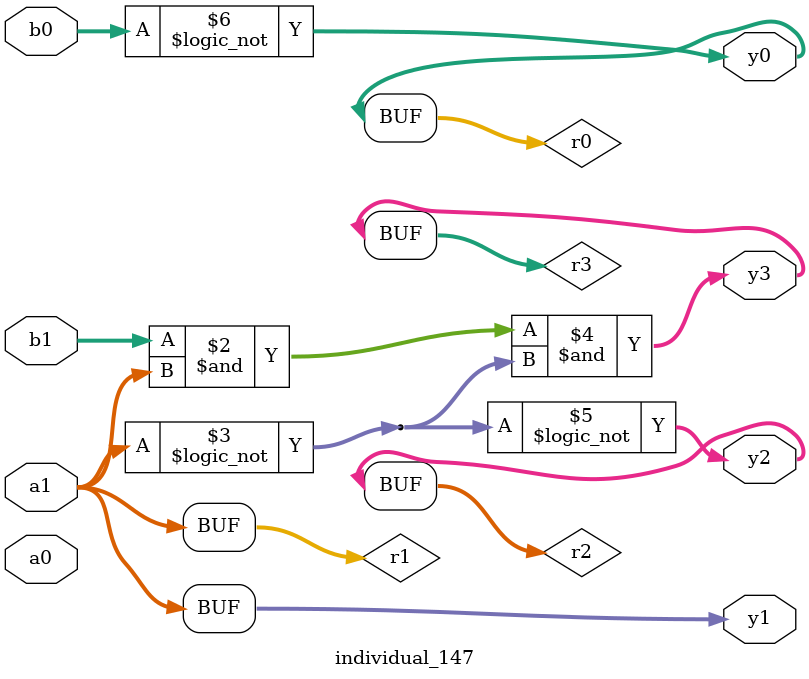
<source format=sv>
module individual_147(input logic [15:0] a1, input logic [15:0] a0, input logic [15:0] b1, input logic [15:0] b0, output logic [15:0] y3, output logic [15:0] y2, output logic [15:0] y1, output logic [15:0] y0);
logic [15:0] r0, r1, r2, r3; 
 always@(*) begin 
	 r0 = a0; r1 = a1; r2 = b0; r3 = b1; 
 	 r3  &=  r1 ;
 	 r2 = ! a1 ;
 	 r3  &=  r2 ;
 	 r2 = ! r2 ;
 	 r0 = ! b0 ;
 	 y3 = r3; y2 = r2; y1 = r1; y0 = r0; 
end
endmodule
</source>
